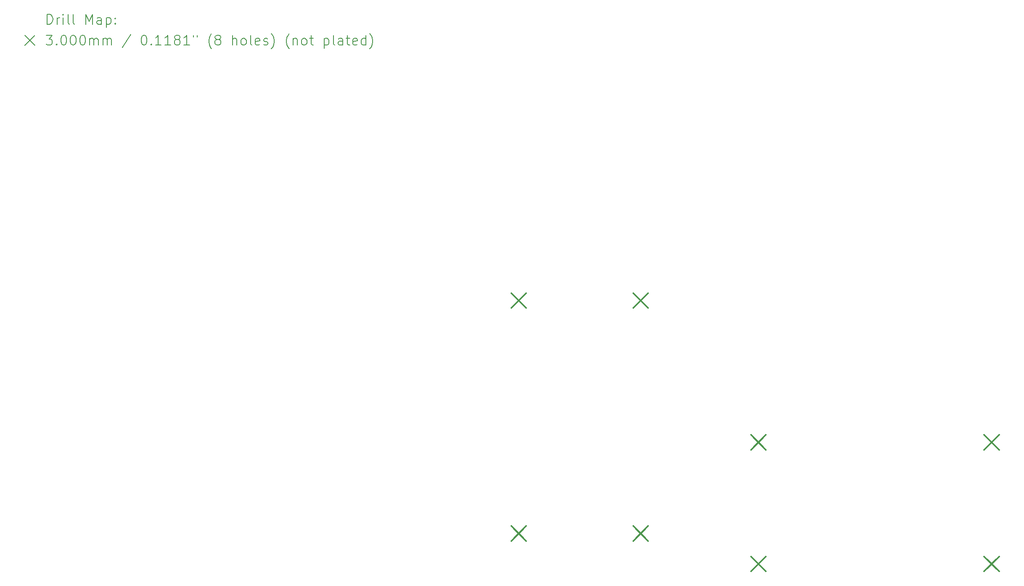
<source format=gbr>
%TF.GenerationSoftware,KiCad,Pcbnew,7.0.1*%
%TF.CreationDate,2023-05-03T15:08:26-05:00*%
%TF.ProjectId,V1,56312e6b-6963-4616-945f-706362585858,rev?*%
%TF.SameCoordinates,Original*%
%TF.FileFunction,Drillmap*%
%TF.FilePolarity,Positive*%
%FSLAX45Y45*%
G04 Gerber Fmt 4.5, Leading zero omitted, Abs format (unit mm)*
G04 Created by KiCad (PCBNEW 7.0.1) date 2023-05-03 15:08:26*
%MOMM*%
%LPD*%
G01*
G04 APERTURE LIST*
%ADD10C,0.200000*%
%ADD11C,0.300000*%
G04 APERTURE END LIST*
D10*
D11*
X9594800Y-5732100D02*
X9894800Y-6032100D01*
X9894800Y-5732100D02*
X9594800Y-6032100D01*
X9594800Y-10427100D02*
X9894800Y-10727100D01*
X9894800Y-10427100D02*
X9594800Y-10727100D01*
X12045800Y-5732100D02*
X12345800Y-6032100D01*
X12345800Y-5732100D02*
X12045800Y-6032100D01*
X12045800Y-10427100D02*
X12345800Y-10727100D01*
X12345800Y-10427100D02*
X12045800Y-10727100D01*
X14418500Y-8589000D02*
X14718500Y-8889000D01*
X14718500Y-8589000D02*
X14418500Y-8889000D01*
X14418500Y-11040000D02*
X14718500Y-11340000D01*
X14718500Y-11040000D02*
X14418500Y-11340000D01*
X19113500Y-8589000D02*
X19413500Y-8889000D01*
X19413500Y-8589000D02*
X19113500Y-8889000D01*
X19113500Y-11040000D02*
X19413500Y-11340000D01*
X19413500Y-11040000D02*
X19113500Y-11340000D01*
D10*
X247619Y-312524D02*
X247619Y-112524D01*
X247619Y-112524D02*
X295238Y-112524D01*
X295238Y-112524D02*
X323810Y-122048D01*
X323810Y-122048D02*
X342857Y-141095D01*
X342857Y-141095D02*
X352381Y-160143D01*
X352381Y-160143D02*
X361905Y-198238D01*
X361905Y-198238D02*
X361905Y-226809D01*
X361905Y-226809D02*
X352381Y-264905D01*
X352381Y-264905D02*
X342857Y-283952D01*
X342857Y-283952D02*
X323810Y-303000D01*
X323810Y-303000D02*
X295238Y-312524D01*
X295238Y-312524D02*
X247619Y-312524D01*
X447619Y-312524D02*
X447619Y-179190D01*
X447619Y-217286D02*
X457143Y-198238D01*
X457143Y-198238D02*
X466667Y-188714D01*
X466667Y-188714D02*
X485714Y-179190D01*
X485714Y-179190D02*
X504762Y-179190D01*
X571429Y-312524D02*
X571429Y-179190D01*
X571429Y-112524D02*
X561905Y-122048D01*
X561905Y-122048D02*
X571429Y-131571D01*
X571429Y-131571D02*
X580952Y-122048D01*
X580952Y-122048D02*
X571429Y-112524D01*
X571429Y-112524D02*
X571429Y-131571D01*
X695238Y-312524D02*
X676190Y-303000D01*
X676190Y-303000D02*
X666667Y-283952D01*
X666667Y-283952D02*
X666667Y-112524D01*
X800000Y-312524D02*
X780952Y-303000D01*
X780952Y-303000D02*
X771428Y-283952D01*
X771428Y-283952D02*
X771428Y-112524D01*
X1028571Y-312524D02*
X1028571Y-112524D01*
X1028571Y-112524D02*
X1095238Y-255381D01*
X1095238Y-255381D02*
X1161905Y-112524D01*
X1161905Y-112524D02*
X1161905Y-312524D01*
X1342857Y-312524D02*
X1342857Y-207762D01*
X1342857Y-207762D02*
X1333333Y-188714D01*
X1333333Y-188714D02*
X1314286Y-179190D01*
X1314286Y-179190D02*
X1276190Y-179190D01*
X1276190Y-179190D02*
X1257143Y-188714D01*
X1342857Y-303000D02*
X1323810Y-312524D01*
X1323810Y-312524D02*
X1276190Y-312524D01*
X1276190Y-312524D02*
X1257143Y-303000D01*
X1257143Y-303000D02*
X1247619Y-283952D01*
X1247619Y-283952D02*
X1247619Y-264905D01*
X1247619Y-264905D02*
X1257143Y-245857D01*
X1257143Y-245857D02*
X1276190Y-236333D01*
X1276190Y-236333D02*
X1323810Y-236333D01*
X1323810Y-236333D02*
X1342857Y-226809D01*
X1438095Y-179190D02*
X1438095Y-379190D01*
X1438095Y-188714D02*
X1457143Y-179190D01*
X1457143Y-179190D02*
X1495238Y-179190D01*
X1495238Y-179190D02*
X1514286Y-188714D01*
X1514286Y-188714D02*
X1523809Y-198238D01*
X1523809Y-198238D02*
X1533333Y-217286D01*
X1533333Y-217286D02*
X1533333Y-274429D01*
X1533333Y-274429D02*
X1523809Y-293476D01*
X1523809Y-293476D02*
X1514286Y-303000D01*
X1514286Y-303000D02*
X1495238Y-312524D01*
X1495238Y-312524D02*
X1457143Y-312524D01*
X1457143Y-312524D02*
X1438095Y-303000D01*
X1619048Y-293476D02*
X1628571Y-303000D01*
X1628571Y-303000D02*
X1619048Y-312524D01*
X1619048Y-312524D02*
X1609524Y-303000D01*
X1609524Y-303000D02*
X1619048Y-293476D01*
X1619048Y-293476D02*
X1619048Y-312524D01*
X1619048Y-188714D02*
X1628571Y-198238D01*
X1628571Y-198238D02*
X1619048Y-207762D01*
X1619048Y-207762D02*
X1609524Y-198238D01*
X1609524Y-198238D02*
X1619048Y-188714D01*
X1619048Y-188714D02*
X1619048Y-207762D01*
X-200000Y-540000D02*
X0Y-740000D01*
X0Y-540000D02*
X-200000Y-740000D01*
X228571Y-532524D02*
X352381Y-532524D01*
X352381Y-532524D02*
X285714Y-608714D01*
X285714Y-608714D02*
X314286Y-608714D01*
X314286Y-608714D02*
X333333Y-618238D01*
X333333Y-618238D02*
X342857Y-627762D01*
X342857Y-627762D02*
X352381Y-646810D01*
X352381Y-646810D02*
X352381Y-694429D01*
X352381Y-694429D02*
X342857Y-713476D01*
X342857Y-713476D02*
X333333Y-723000D01*
X333333Y-723000D02*
X314286Y-732524D01*
X314286Y-732524D02*
X257143Y-732524D01*
X257143Y-732524D02*
X238095Y-723000D01*
X238095Y-723000D02*
X228571Y-713476D01*
X438095Y-713476D02*
X447619Y-723000D01*
X447619Y-723000D02*
X438095Y-732524D01*
X438095Y-732524D02*
X428571Y-723000D01*
X428571Y-723000D02*
X438095Y-713476D01*
X438095Y-713476D02*
X438095Y-732524D01*
X571429Y-532524D02*
X590476Y-532524D01*
X590476Y-532524D02*
X609524Y-542048D01*
X609524Y-542048D02*
X619048Y-551571D01*
X619048Y-551571D02*
X628571Y-570619D01*
X628571Y-570619D02*
X638095Y-608714D01*
X638095Y-608714D02*
X638095Y-656333D01*
X638095Y-656333D02*
X628571Y-694429D01*
X628571Y-694429D02*
X619048Y-713476D01*
X619048Y-713476D02*
X609524Y-723000D01*
X609524Y-723000D02*
X590476Y-732524D01*
X590476Y-732524D02*
X571429Y-732524D01*
X571429Y-732524D02*
X552381Y-723000D01*
X552381Y-723000D02*
X542857Y-713476D01*
X542857Y-713476D02*
X533333Y-694429D01*
X533333Y-694429D02*
X523809Y-656333D01*
X523809Y-656333D02*
X523809Y-608714D01*
X523809Y-608714D02*
X533333Y-570619D01*
X533333Y-570619D02*
X542857Y-551571D01*
X542857Y-551571D02*
X552381Y-542048D01*
X552381Y-542048D02*
X571429Y-532524D01*
X761905Y-532524D02*
X780952Y-532524D01*
X780952Y-532524D02*
X800000Y-542048D01*
X800000Y-542048D02*
X809524Y-551571D01*
X809524Y-551571D02*
X819048Y-570619D01*
X819048Y-570619D02*
X828571Y-608714D01*
X828571Y-608714D02*
X828571Y-656333D01*
X828571Y-656333D02*
X819048Y-694429D01*
X819048Y-694429D02*
X809524Y-713476D01*
X809524Y-713476D02*
X800000Y-723000D01*
X800000Y-723000D02*
X780952Y-732524D01*
X780952Y-732524D02*
X761905Y-732524D01*
X761905Y-732524D02*
X742857Y-723000D01*
X742857Y-723000D02*
X733333Y-713476D01*
X733333Y-713476D02*
X723809Y-694429D01*
X723809Y-694429D02*
X714286Y-656333D01*
X714286Y-656333D02*
X714286Y-608714D01*
X714286Y-608714D02*
X723809Y-570619D01*
X723809Y-570619D02*
X733333Y-551571D01*
X733333Y-551571D02*
X742857Y-542048D01*
X742857Y-542048D02*
X761905Y-532524D01*
X952381Y-532524D02*
X971429Y-532524D01*
X971429Y-532524D02*
X990476Y-542048D01*
X990476Y-542048D02*
X1000000Y-551571D01*
X1000000Y-551571D02*
X1009524Y-570619D01*
X1009524Y-570619D02*
X1019048Y-608714D01*
X1019048Y-608714D02*
X1019048Y-656333D01*
X1019048Y-656333D02*
X1009524Y-694429D01*
X1009524Y-694429D02*
X1000000Y-713476D01*
X1000000Y-713476D02*
X990476Y-723000D01*
X990476Y-723000D02*
X971429Y-732524D01*
X971429Y-732524D02*
X952381Y-732524D01*
X952381Y-732524D02*
X933333Y-723000D01*
X933333Y-723000D02*
X923809Y-713476D01*
X923809Y-713476D02*
X914286Y-694429D01*
X914286Y-694429D02*
X904762Y-656333D01*
X904762Y-656333D02*
X904762Y-608714D01*
X904762Y-608714D02*
X914286Y-570619D01*
X914286Y-570619D02*
X923809Y-551571D01*
X923809Y-551571D02*
X933333Y-542048D01*
X933333Y-542048D02*
X952381Y-532524D01*
X1104762Y-732524D02*
X1104762Y-599190D01*
X1104762Y-618238D02*
X1114286Y-608714D01*
X1114286Y-608714D02*
X1133333Y-599190D01*
X1133333Y-599190D02*
X1161905Y-599190D01*
X1161905Y-599190D02*
X1180952Y-608714D01*
X1180952Y-608714D02*
X1190476Y-627762D01*
X1190476Y-627762D02*
X1190476Y-732524D01*
X1190476Y-627762D02*
X1200000Y-608714D01*
X1200000Y-608714D02*
X1219048Y-599190D01*
X1219048Y-599190D02*
X1247619Y-599190D01*
X1247619Y-599190D02*
X1266667Y-608714D01*
X1266667Y-608714D02*
X1276191Y-627762D01*
X1276191Y-627762D02*
X1276191Y-732524D01*
X1371429Y-732524D02*
X1371429Y-599190D01*
X1371429Y-618238D02*
X1380952Y-608714D01*
X1380952Y-608714D02*
X1400000Y-599190D01*
X1400000Y-599190D02*
X1428571Y-599190D01*
X1428571Y-599190D02*
X1447619Y-608714D01*
X1447619Y-608714D02*
X1457143Y-627762D01*
X1457143Y-627762D02*
X1457143Y-732524D01*
X1457143Y-627762D02*
X1466667Y-608714D01*
X1466667Y-608714D02*
X1485714Y-599190D01*
X1485714Y-599190D02*
X1514286Y-599190D01*
X1514286Y-599190D02*
X1533333Y-608714D01*
X1533333Y-608714D02*
X1542857Y-627762D01*
X1542857Y-627762D02*
X1542857Y-732524D01*
X1933333Y-523000D02*
X1761905Y-780143D01*
X2190476Y-532524D02*
X2209524Y-532524D01*
X2209524Y-532524D02*
X2228572Y-542048D01*
X2228572Y-542048D02*
X2238095Y-551571D01*
X2238095Y-551571D02*
X2247619Y-570619D01*
X2247619Y-570619D02*
X2257143Y-608714D01*
X2257143Y-608714D02*
X2257143Y-656333D01*
X2257143Y-656333D02*
X2247619Y-694429D01*
X2247619Y-694429D02*
X2238095Y-713476D01*
X2238095Y-713476D02*
X2228572Y-723000D01*
X2228572Y-723000D02*
X2209524Y-732524D01*
X2209524Y-732524D02*
X2190476Y-732524D01*
X2190476Y-732524D02*
X2171429Y-723000D01*
X2171429Y-723000D02*
X2161905Y-713476D01*
X2161905Y-713476D02*
X2152381Y-694429D01*
X2152381Y-694429D02*
X2142857Y-656333D01*
X2142857Y-656333D02*
X2142857Y-608714D01*
X2142857Y-608714D02*
X2152381Y-570619D01*
X2152381Y-570619D02*
X2161905Y-551571D01*
X2161905Y-551571D02*
X2171429Y-542048D01*
X2171429Y-542048D02*
X2190476Y-532524D01*
X2342857Y-713476D02*
X2352381Y-723000D01*
X2352381Y-723000D02*
X2342857Y-732524D01*
X2342857Y-732524D02*
X2333334Y-723000D01*
X2333334Y-723000D02*
X2342857Y-713476D01*
X2342857Y-713476D02*
X2342857Y-732524D01*
X2542857Y-732524D02*
X2428572Y-732524D01*
X2485714Y-732524D02*
X2485714Y-532524D01*
X2485714Y-532524D02*
X2466667Y-561095D01*
X2466667Y-561095D02*
X2447619Y-580143D01*
X2447619Y-580143D02*
X2428572Y-589667D01*
X2733334Y-732524D02*
X2619048Y-732524D01*
X2676191Y-732524D02*
X2676191Y-532524D01*
X2676191Y-532524D02*
X2657143Y-561095D01*
X2657143Y-561095D02*
X2638095Y-580143D01*
X2638095Y-580143D02*
X2619048Y-589667D01*
X2847619Y-618238D02*
X2828572Y-608714D01*
X2828572Y-608714D02*
X2819048Y-599190D01*
X2819048Y-599190D02*
X2809524Y-580143D01*
X2809524Y-580143D02*
X2809524Y-570619D01*
X2809524Y-570619D02*
X2819048Y-551571D01*
X2819048Y-551571D02*
X2828572Y-542048D01*
X2828572Y-542048D02*
X2847619Y-532524D01*
X2847619Y-532524D02*
X2885714Y-532524D01*
X2885714Y-532524D02*
X2904762Y-542048D01*
X2904762Y-542048D02*
X2914286Y-551571D01*
X2914286Y-551571D02*
X2923810Y-570619D01*
X2923810Y-570619D02*
X2923810Y-580143D01*
X2923810Y-580143D02*
X2914286Y-599190D01*
X2914286Y-599190D02*
X2904762Y-608714D01*
X2904762Y-608714D02*
X2885714Y-618238D01*
X2885714Y-618238D02*
X2847619Y-618238D01*
X2847619Y-618238D02*
X2828572Y-627762D01*
X2828572Y-627762D02*
X2819048Y-637286D01*
X2819048Y-637286D02*
X2809524Y-656333D01*
X2809524Y-656333D02*
X2809524Y-694429D01*
X2809524Y-694429D02*
X2819048Y-713476D01*
X2819048Y-713476D02*
X2828572Y-723000D01*
X2828572Y-723000D02*
X2847619Y-732524D01*
X2847619Y-732524D02*
X2885714Y-732524D01*
X2885714Y-732524D02*
X2904762Y-723000D01*
X2904762Y-723000D02*
X2914286Y-713476D01*
X2914286Y-713476D02*
X2923810Y-694429D01*
X2923810Y-694429D02*
X2923810Y-656333D01*
X2923810Y-656333D02*
X2914286Y-637286D01*
X2914286Y-637286D02*
X2904762Y-627762D01*
X2904762Y-627762D02*
X2885714Y-618238D01*
X3114286Y-732524D02*
X3000000Y-732524D01*
X3057143Y-732524D02*
X3057143Y-532524D01*
X3057143Y-532524D02*
X3038095Y-561095D01*
X3038095Y-561095D02*
X3019048Y-580143D01*
X3019048Y-580143D02*
X3000000Y-589667D01*
X3190476Y-532524D02*
X3190476Y-570619D01*
X3266667Y-532524D02*
X3266667Y-570619D01*
X3561905Y-808714D02*
X3552381Y-799190D01*
X3552381Y-799190D02*
X3533334Y-770619D01*
X3533334Y-770619D02*
X3523810Y-751571D01*
X3523810Y-751571D02*
X3514286Y-723000D01*
X3514286Y-723000D02*
X3504762Y-675381D01*
X3504762Y-675381D02*
X3504762Y-637286D01*
X3504762Y-637286D02*
X3514286Y-589667D01*
X3514286Y-589667D02*
X3523810Y-561095D01*
X3523810Y-561095D02*
X3533334Y-542048D01*
X3533334Y-542048D02*
X3552381Y-513476D01*
X3552381Y-513476D02*
X3561905Y-503952D01*
X3666667Y-618238D02*
X3647619Y-608714D01*
X3647619Y-608714D02*
X3638095Y-599190D01*
X3638095Y-599190D02*
X3628572Y-580143D01*
X3628572Y-580143D02*
X3628572Y-570619D01*
X3628572Y-570619D02*
X3638095Y-551571D01*
X3638095Y-551571D02*
X3647619Y-542048D01*
X3647619Y-542048D02*
X3666667Y-532524D01*
X3666667Y-532524D02*
X3704762Y-532524D01*
X3704762Y-532524D02*
X3723810Y-542048D01*
X3723810Y-542048D02*
X3733334Y-551571D01*
X3733334Y-551571D02*
X3742857Y-570619D01*
X3742857Y-570619D02*
X3742857Y-580143D01*
X3742857Y-580143D02*
X3733334Y-599190D01*
X3733334Y-599190D02*
X3723810Y-608714D01*
X3723810Y-608714D02*
X3704762Y-618238D01*
X3704762Y-618238D02*
X3666667Y-618238D01*
X3666667Y-618238D02*
X3647619Y-627762D01*
X3647619Y-627762D02*
X3638095Y-637286D01*
X3638095Y-637286D02*
X3628572Y-656333D01*
X3628572Y-656333D02*
X3628572Y-694429D01*
X3628572Y-694429D02*
X3638095Y-713476D01*
X3638095Y-713476D02*
X3647619Y-723000D01*
X3647619Y-723000D02*
X3666667Y-732524D01*
X3666667Y-732524D02*
X3704762Y-732524D01*
X3704762Y-732524D02*
X3723810Y-723000D01*
X3723810Y-723000D02*
X3733334Y-713476D01*
X3733334Y-713476D02*
X3742857Y-694429D01*
X3742857Y-694429D02*
X3742857Y-656333D01*
X3742857Y-656333D02*
X3733334Y-637286D01*
X3733334Y-637286D02*
X3723810Y-627762D01*
X3723810Y-627762D02*
X3704762Y-618238D01*
X3980953Y-732524D02*
X3980953Y-532524D01*
X4066667Y-732524D02*
X4066667Y-627762D01*
X4066667Y-627762D02*
X4057143Y-608714D01*
X4057143Y-608714D02*
X4038096Y-599190D01*
X4038096Y-599190D02*
X4009524Y-599190D01*
X4009524Y-599190D02*
X3990476Y-608714D01*
X3990476Y-608714D02*
X3980953Y-618238D01*
X4190476Y-732524D02*
X4171429Y-723000D01*
X4171429Y-723000D02*
X4161905Y-713476D01*
X4161905Y-713476D02*
X4152381Y-694429D01*
X4152381Y-694429D02*
X4152381Y-637286D01*
X4152381Y-637286D02*
X4161905Y-618238D01*
X4161905Y-618238D02*
X4171429Y-608714D01*
X4171429Y-608714D02*
X4190476Y-599190D01*
X4190476Y-599190D02*
X4219048Y-599190D01*
X4219048Y-599190D02*
X4238096Y-608714D01*
X4238096Y-608714D02*
X4247619Y-618238D01*
X4247619Y-618238D02*
X4257143Y-637286D01*
X4257143Y-637286D02*
X4257143Y-694429D01*
X4257143Y-694429D02*
X4247619Y-713476D01*
X4247619Y-713476D02*
X4238096Y-723000D01*
X4238096Y-723000D02*
X4219048Y-732524D01*
X4219048Y-732524D02*
X4190476Y-732524D01*
X4371429Y-732524D02*
X4352381Y-723000D01*
X4352381Y-723000D02*
X4342858Y-703952D01*
X4342858Y-703952D02*
X4342858Y-532524D01*
X4523810Y-723000D02*
X4504762Y-732524D01*
X4504762Y-732524D02*
X4466667Y-732524D01*
X4466667Y-732524D02*
X4447619Y-723000D01*
X4447619Y-723000D02*
X4438096Y-703952D01*
X4438096Y-703952D02*
X4438096Y-627762D01*
X4438096Y-627762D02*
X4447619Y-608714D01*
X4447619Y-608714D02*
X4466667Y-599190D01*
X4466667Y-599190D02*
X4504762Y-599190D01*
X4504762Y-599190D02*
X4523810Y-608714D01*
X4523810Y-608714D02*
X4533334Y-627762D01*
X4533334Y-627762D02*
X4533334Y-646810D01*
X4533334Y-646810D02*
X4438096Y-665857D01*
X4609524Y-723000D02*
X4628572Y-732524D01*
X4628572Y-732524D02*
X4666667Y-732524D01*
X4666667Y-732524D02*
X4685715Y-723000D01*
X4685715Y-723000D02*
X4695239Y-703952D01*
X4695239Y-703952D02*
X4695239Y-694429D01*
X4695239Y-694429D02*
X4685715Y-675381D01*
X4685715Y-675381D02*
X4666667Y-665857D01*
X4666667Y-665857D02*
X4638096Y-665857D01*
X4638096Y-665857D02*
X4619048Y-656333D01*
X4619048Y-656333D02*
X4609524Y-637286D01*
X4609524Y-637286D02*
X4609524Y-627762D01*
X4609524Y-627762D02*
X4619048Y-608714D01*
X4619048Y-608714D02*
X4638096Y-599190D01*
X4638096Y-599190D02*
X4666667Y-599190D01*
X4666667Y-599190D02*
X4685715Y-608714D01*
X4761905Y-808714D02*
X4771429Y-799190D01*
X4771429Y-799190D02*
X4790477Y-770619D01*
X4790477Y-770619D02*
X4800000Y-751571D01*
X4800000Y-751571D02*
X4809524Y-723000D01*
X4809524Y-723000D02*
X4819048Y-675381D01*
X4819048Y-675381D02*
X4819048Y-637286D01*
X4819048Y-637286D02*
X4809524Y-589667D01*
X4809524Y-589667D02*
X4800000Y-561095D01*
X4800000Y-561095D02*
X4790477Y-542048D01*
X4790477Y-542048D02*
X4771429Y-513476D01*
X4771429Y-513476D02*
X4761905Y-503952D01*
X5123810Y-808714D02*
X5114286Y-799190D01*
X5114286Y-799190D02*
X5095239Y-770619D01*
X5095239Y-770619D02*
X5085715Y-751571D01*
X5085715Y-751571D02*
X5076191Y-723000D01*
X5076191Y-723000D02*
X5066667Y-675381D01*
X5066667Y-675381D02*
X5066667Y-637286D01*
X5066667Y-637286D02*
X5076191Y-589667D01*
X5076191Y-589667D02*
X5085715Y-561095D01*
X5085715Y-561095D02*
X5095239Y-542048D01*
X5095239Y-542048D02*
X5114286Y-513476D01*
X5114286Y-513476D02*
X5123810Y-503952D01*
X5200000Y-599190D02*
X5200000Y-732524D01*
X5200000Y-618238D02*
X5209524Y-608714D01*
X5209524Y-608714D02*
X5228572Y-599190D01*
X5228572Y-599190D02*
X5257143Y-599190D01*
X5257143Y-599190D02*
X5276191Y-608714D01*
X5276191Y-608714D02*
X5285715Y-627762D01*
X5285715Y-627762D02*
X5285715Y-732524D01*
X5409524Y-732524D02*
X5390477Y-723000D01*
X5390477Y-723000D02*
X5380953Y-713476D01*
X5380953Y-713476D02*
X5371429Y-694429D01*
X5371429Y-694429D02*
X5371429Y-637286D01*
X5371429Y-637286D02*
X5380953Y-618238D01*
X5380953Y-618238D02*
X5390477Y-608714D01*
X5390477Y-608714D02*
X5409524Y-599190D01*
X5409524Y-599190D02*
X5438096Y-599190D01*
X5438096Y-599190D02*
X5457143Y-608714D01*
X5457143Y-608714D02*
X5466667Y-618238D01*
X5466667Y-618238D02*
X5476191Y-637286D01*
X5476191Y-637286D02*
X5476191Y-694429D01*
X5476191Y-694429D02*
X5466667Y-713476D01*
X5466667Y-713476D02*
X5457143Y-723000D01*
X5457143Y-723000D02*
X5438096Y-732524D01*
X5438096Y-732524D02*
X5409524Y-732524D01*
X5533334Y-599190D02*
X5609524Y-599190D01*
X5561905Y-532524D02*
X5561905Y-703952D01*
X5561905Y-703952D02*
X5571429Y-723000D01*
X5571429Y-723000D02*
X5590477Y-732524D01*
X5590477Y-732524D02*
X5609524Y-732524D01*
X5828572Y-599190D02*
X5828572Y-799190D01*
X5828572Y-608714D02*
X5847619Y-599190D01*
X5847619Y-599190D02*
X5885715Y-599190D01*
X5885715Y-599190D02*
X5904762Y-608714D01*
X5904762Y-608714D02*
X5914286Y-618238D01*
X5914286Y-618238D02*
X5923810Y-637286D01*
X5923810Y-637286D02*
X5923810Y-694429D01*
X5923810Y-694429D02*
X5914286Y-713476D01*
X5914286Y-713476D02*
X5904762Y-723000D01*
X5904762Y-723000D02*
X5885715Y-732524D01*
X5885715Y-732524D02*
X5847619Y-732524D01*
X5847619Y-732524D02*
X5828572Y-723000D01*
X6038096Y-732524D02*
X6019048Y-723000D01*
X6019048Y-723000D02*
X6009524Y-703952D01*
X6009524Y-703952D02*
X6009524Y-532524D01*
X6200000Y-732524D02*
X6200000Y-627762D01*
X6200000Y-627762D02*
X6190477Y-608714D01*
X6190477Y-608714D02*
X6171429Y-599190D01*
X6171429Y-599190D02*
X6133334Y-599190D01*
X6133334Y-599190D02*
X6114286Y-608714D01*
X6200000Y-723000D02*
X6180953Y-732524D01*
X6180953Y-732524D02*
X6133334Y-732524D01*
X6133334Y-732524D02*
X6114286Y-723000D01*
X6114286Y-723000D02*
X6104762Y-703952D01*
X6104762Y-703952D02*
X6104762Y-684905D01*
X6104762Y-684905D02*
X6114286Y-665857D01*
X6114286Y-665857D02*
X6133334Y-656333D01*
X6133334Y-656333D02*
X6180953Y-656333D01*
X6180953Y-656333D02*
X6200000Y-646810D01*
X6266667Y-599190D02*
X6342858Y-599190D01*
X6295239Y-532524D02*
X6295239Y-703952D01*
X6295239Y-703952D02*
X6304762Y-723000D01*
X6304762Y-723000D02*
X6323810Y-732524D01*
X6323810Y-732524D02*
X6342858Y-732524D01*
X6485715Y-723000D02*
X6466667Y-732524D01*
X6466667Y-732524D02*
X6428572Y-732524D01*
X6428572Y-732524D02*
X6409524Y-723000D01*
X6409524Y-723000D02*
X6400000Y-703952D01*
X6400000Y-703952D02*
X6400000Y-627762D01*
X6400000Y-627762D02*
X6409524Y-608714D01*
X6409524Y-608714D02*
X6428572Y-599190D01*
X6428572Y-599190D02*
X6466667Y-599190D01*
X6466667Y-599190D02*
X6485715Y-608714D01*
X6485715Y-608714D02*
X6495239Y-627762D01*
X6495239Y-627762D02*
X6495239Y-646810D01*
X6495239Y-646810D02*
X6400000Y-665857D01*
X6666667Y-732524D02*
X6666667Y-532524D01*
X6666667Y-723000D02*
X6647620Y-732524D01*
X6647620Y-732524D02*
X6609524Y-732524D01*
X6609524Y-732524D02*
X6590477Y-723000D01*
X6590477Y-723000D02*
X6580953Y-713476D01*
X6580953Y-713476D02*
X6571429Y-694429D01*
X6571429Y-694429D02*
X6571429Y-637286D01*
X6571429Y-637286D02*
X6580953Y-618238D01*
X6580953Y-618238D02*
X6590477Y-608714D01*
X6590477Y-608714D02*
X6609524Y-599190D01*
X6609524Y-599190D02*
X6647620Y-599190D01*
X6647620Y-599190D02*
X6666667Y-608714D01*
X6742858Y-808714D02*
X6752381Y-799190D01*
X6752381Y-799190D02*
X6771429Y-770619D01*
X6771429Y-770619D02*
X6780953Y-751571D01*
X6780953Y-751571D02*
X6790477Y-723000D01*
X6790477Y-723000D02*
X6800000Y-675381D01*
X6800000Y-675381D02*
X6800000Y-637286D01*
X6800000Y-637286D02*
X6790477Y-589667D01*
X6790477Y-589667D02*
X6780953Y-561095D01*
X6780953Y-561095D02*
X6771429Y-542048D01*
X6771429Y-542048D02*
X6752381Y-513476D01*
X6752381Y-513476D02*
X6742858Y-503952D01*
M02*

</source>
